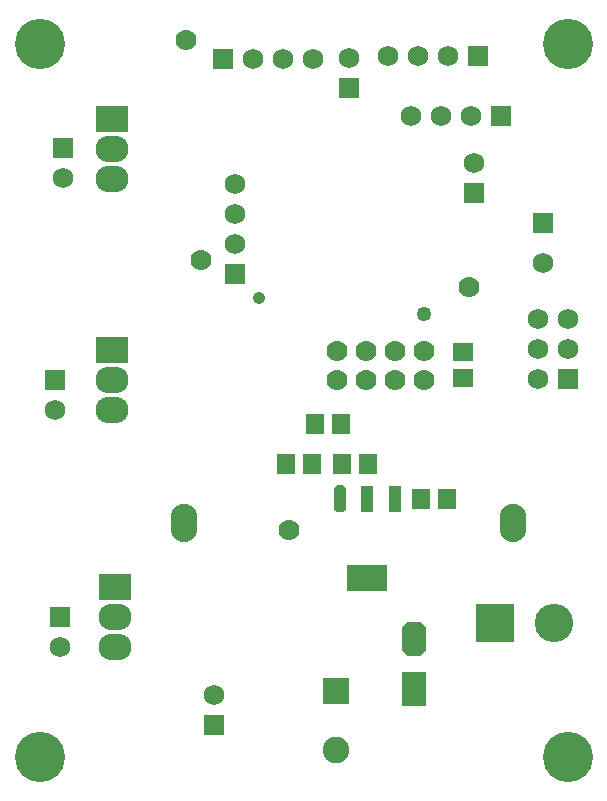
<source format=gbs>
%FSTAX24Y24*%
%MOIN*%
%SFA1B1*%

%IPPOS*%
%AMD72*
4,1,8,0.010800,0.045000,-0.010800,0.045000,-0.021500,0.034200,-0.021500,-0.034200,-0.010800,-0.045000,0.010800,-0.045000,0.021500,-0.034200,0.021500,0.034200,0.010800,0.045000,0.0*
%
%AMD75*
4,1,8,-0.039400,0.037400,-0.039400,-0.037400,-0.019700,-0.057200,0.019700,-0.057200,0.039400,-0.037400,0.039400,0.037400,0.019700,0.057200,-0.019700,0.057200,-0.039400,0.037400,0.0*
%
%ADD50R,0.069055X0.061181*%
%ADD54R,0.061181X0.069055*%
%ADD57C,0.070000*%
%ADD58R,0.069055X0.069055*%
%ADD59C,0.069055*%
%ADD60C,0.041496*%
%ADD61C,0.049370*%
%ADD62O,0.110000X0.088740*%
%ADD63R,0.110000X0.088740*%
%ADD64R,0.069055X0.069055*%
%ADD65O,0.088740X0.128110*%
%ADD66R,0.088740X0.088740*%
%ADD67C,0.088740*%
%ADD68C,0.128110*%
%ADD69R,0.128110X0.128110*%
%ADD70C,0.167480*%
%ADD71R,0.132000X0.090000*%
G04~CAMADD=72~4~0.0~0.0~430.0~900.0~0.0~107.5~0~0.0~0.0~0.0~0.0~0~0.0~0.0~0.0~0.0~0~0.0~0.0~0.0~0.0~430.0~900.0*
%ADD72D72*%
%ADD73R,0.043000X0.090000*%
%ADD74R,0.078897X0.114330*%
G04~CAMADD=75~4~0.0~0.0~1143.3~789.0~0.0~197.2~0~0.0~0.0~0.0~0.0~0~0.0~0.0~0.0~0.0~0~0.0~0.0~0.0~90.0~788.0~1144.0*
%ADD75D75*%
%LNpcb-1*%
%LPD*%
G54D50*
X03695Y0332D03*
Y032333D03*
G54D54*
X033766Y02945D03*
X0329D03*
X031916D03*
X03105D03*
X0364Y0283D03*
X035533D03*
X032Y0308D03*
X032866D03*
G54D57*
X0277Y0436D03*
X0282Y03625D03*
X03115Y02725D03*
X032756Y03225D03*
X03372D03*
X034685D03*
X03565D03*
X032756Y033214D03*
X03372D03*
X034685D03*
X03565D03*
X03715Y03535D03*
G54D58*
X02865Y02075D03*
X0235Y02435D03*
X02335Y03225D03*
X0236Y04D03*
X0396Y0375D03*
X0373Y0385D03*
X02935Y0358D03*
X03315Y042D03*
X04045Y0323D03*
G54D59*
X02865Y02175D03*
X0235Y02335D03*
X0352Y04105D03*
X0362D03*
X0372D03*
X02335Y03125D03*
X0236Y039D03*
X0396Y036161D03*
X0373Y0395D03*
X03445Y04305D03*
X03545D03*
X03645D03*
X02935Y0368D03*
Y0378D03*
Y0388D03*
X03315Y043D03*
X03945Y0323D03*
X04045Y0343D03*
X03945Y0333D03*
X04045D03*
X03945Y0343D03*
X03195Y04295D03*
X03095D03*
X02995D03*
G54D60*
X03015Y035D03*
G54D61*
X03565Y03445D03*
G54D62*
X02535Y02335D03*
Y02435D03*
X02525Y03895D03*
Y03995D03*
Y03125D03*
Y03225D03*
G54D63*
X02535Y02535D03*
X02525Y04095D03*
Y03325D03*
G54D64*
X0382Y04105D03*
X03745Y04305D03*
X02895Y04295D03*
G54D65*
X02765Y0275D03*
X0386D03*
G54D66*
X0327Y0219D03*
G54D67*
X0327Y019931D03*
G54D68*
X039968Y02415D03*
G54D69*
X038Y02415D03*
G54D70*
X04045Y04345D03*
Y0197D03*
X022834D03*
Y04345D03*
G54D71*
X03376Y025653D03*
G54D72*
X03285Y0283D03*
G54D73*
X03376Y0283D03*
X03467D03*
G54D74*
X0353Y02195D03*
G54D75*
X0353Y023642D03*
M02*
</source>
